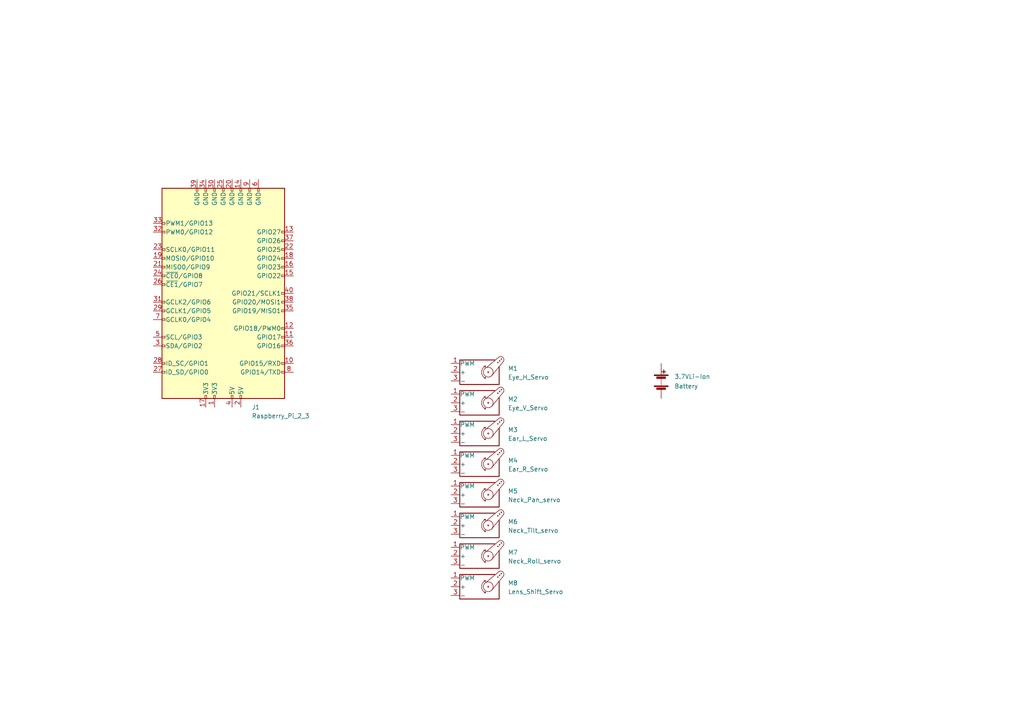
<source format=kicad_sch>
(kicad_sch (version 20230121) (generator eeschema)
  (paper "A4")
  (lib_symbols
    (symbol "Connector:Raspberry_Pi_2_3" (pin_names (offset 1.016))
      (property "Reference" "J" (at -17.78 31.75 0))
      (property "Value" "Raspberry_Pi_2_3" (at 10.16 -31.75 0))
      (symbol "Raspberry_Pi_2_3_0_1"
        (rectangle (start -17.78 30.48) (end 17.78 -30.48) (stroke (width 0.254)) (fill (type background)))
      )
      (symbol "Raspberry_Pi_2_3_1_1"
        (rectangle (start -16.891 -17.526) (end -17.78 -18.034))
        (rectangle (start -16.891 -14.986) (end -17.78 -15.494))
        (rectangle (start -16.891 -12.446) (end -17.78 -12.954))
        (rectangle (start -16.891 -9.906) (end -17.78 -10.414))
        (rectangle (start -16.891 -7.366) (end -17.78 -7.874))
        (rectangle (start -16.891 -4.826) (end -17.78 -5.334))
        (rectangle (start -16.891 0.254) (end -17.78 -0.254))
        (rectangle (start -16.891 2.794) (end -17.78 2.286))
        (rectangle (start -16.891 5.334) (end -17.78 4.826))
        (rectangle (start -16.891 10.414) (end -17.78 9.906))
        (rectangle (start -16.891 12.954) (end -17.78 12.446))
        (rectangle (start -16.891 15.494) (end -17.78 14.986))
        (rectangle (start -16.891 20.574) (end -17.78 20.066))
        (rectangle (start -16.891 23.114) (end -17.78 22.606))
        (rectangle (start -10.414 -29.591) (end -9.906 -30.48))
        (rectangle (start -7.874 -29.591) (end -7.366 -30.48))
        (rectangle (start -5.334 -29.591) (end -4.826 -30.48))
        (rectangle (start -5.334 30.48) (end -4.826 29.591))
        (rectangle (start -2.794 -29.591) (end -2.286 -30.48))
        (rectangle (start -2.794 30.48) (end -2.286 29.591))
        (rectangle (start -0.254 -29.591) (end 0.254 -30.48))
        (rectangle (start 2.286 -29.591) (end 2.794 -30.48))
        (rectangle (start 2.286 30.48) (end 2.794 29.591))
        (rectangle (start 4.826 -29.591) (end 5.334 -30.48))
        (rectangle (start 4.826 30.48) (end 5.334 29.591))
        (rectangle (start 7.366 -29.591) (end 7.874 -30.48))
        (rectangle (start 17.78 -20.066) (end 16.891 -20.574))
        (rectangle (start 17.78 -17.526) (end 16.891 -18.034))
        (rectangle (start 17.78 -12.446) (end 16.891 -12.954))
        (rectangle (start 17.78 -9.906) (end 16.891 -10.414))
        (rectangle (start 17.78 -7.366) (end 16.891 -7.874))
        (rectangle (start 17.78 -4.826) (end 16.891 -5.334))
        (rectangle (start 17.78 -2.286) (end 16.891 -2.794))
        (rectangle (start 17.78 2.794) (end 16.891 2.286))
        (rectangle (start 17.78 5.334) (end 16.891 4.826))
        (rectangle (start 17.78 7.874) (end 16.891 7.366))
        (rectangle (start 17.78 12.954) (end 16.891 12.446))
        (rectangle (start 17.78 15.494) (end 16.891 14.986))
        (rectangle (start 17.78 20.574) (end 16.891 20.066))
        (rectangle (start 17.78 23.114) (end 16.891 22.606))
        (pin power_in line (at 2.54 33.02 270) (length 2.54) (name "3V3") (number "1"))
        (pin bidirectional line (at -20.32 20.32 0) (length 2.54) (name "GPIO15/RXD") (number "10"))
        (pin bidirectional line (at -20.32 12.7 0) (length 2.54) (name "GPIO17") (number "11"))
        (pin bidirectional line (at -20.32 10.16 0) (length 2.54) (name "GPIO18/PWM0") (number "12"))
        (pin bidirectional line (at -20.32 -17.78 0) (length 2.54) (name "GPIO27") (number "13"))
        (pin power_in line (at -5.08 -33.02 90) (length 2.54) (name "GND") (number "14"))
        (pin bidirectional line (at -20.32 -5.08 0) (length 2.54) (name "GPIO22") (number "15"))
        (pin bidirectional line (at -20.32 -7.62 0) (length 2.54) (name "GPIO23") (number "16"))
        (pin power_in line (at 5.08 33.02 270) (length 2.54) (name "3V3") (number "17"))
        (pin bidirectional line (at -20.32 -10.16 0) (length 2.54) (name "GPIO24") (number "18"))
        (pin bidirectional line (at 20.32 -10.16 180) (length 2.54) (name "MOSI0/GPIO10") (number "19"))
        (pin power_in line (at -5.08 33.02 270) (length 2.54) (name "5V") (number "2"))
        (pin power_in line (at -2.54 -33.02 90) (length 2.54) (name "GND") (number "20"))
        (pin bidirectional line (at 20.32 -7.62 180) (length 2.54) (name "MISO0/GPIO9") (number "21"))
        (pin bidirectional line (at -20.32 -12.7 0) (length 2.54) (name "GPIO25") (number "22"))
        (pin bidirectional line (at 20.32 -12.7 180) (length 2.54) (name "SCLK0/GPIO11") (number "23"))
        (pin bidirectional line (at 20.32 -5.08 180) (length 2.54) (name "~{CE0}/GPIO8") (number "24"))
        (pin power_in line (at 0 -33.02 90) (length 2.54) (name "GND") (number "25"))
        (pin bidirectional line (at 20.32 -2.54 180) (length 2.54) (name "~{CE1}/GPIO7") (number "26"))
        (pin bidirectional line (at 20.32 22.86 180) (length 2.54) (name "ID_SD/GPIO0") (number "27"))
        (pin bidirectional line (at 20.32 20.32 180) (length 2.54) (name "ID_SC/GPIO1") (number "28"))
        (pin bidirectional line (at 20.32 5.08 180) (length 2.54) (name "GCLK1/GPIO5") (number "29"))
        (pin bidirectional line (at 20.32 15.24 180) (length 2.54) (name "SDA/GPIO2") (number "3"))
        (pin power_in line (at 2.54 -33.02 90) (length 2.54) (name "GND") (number "30"))
        (pin bidirectional line (at 20.32 2.54 180) (length 2.54) (name "GCLK2/GPIO6") (number "31"))
        (pin bidirectional line (at 20.32 -17.78 180) (length 2.54) (name "PWM0/GPIO12") (number "32"))
        (pin bidirectional line (at 20.32 -20.32 180) (length 2.54) (name "PWM1/GPIO13") (number "33"))
        (pin power_in line (at 5.08 -33.02 90) (length 2.54) (name "GND") (number "34"))
        (pin bidirectional line (at -20.32 5.08 0) (length 2.54) (name "GPIO19/MISO1") (number "35"))
        (pin bidirectional line (at -20.32 15.24 0) (length 2.54) (name "GPIO16") (number "36"))
        (pin bidirectional line (at -20.32 -15.24 0) (length 2.54) (name "GPIO26") (number "37"))
        (pin bidirectional line (at -20.32 2.54 0) (length 2.54) (name "GPIO20/MOSI1") (number "38"))
        (pin power_in line (at 7.62 -33.02 90) (length 2.54) (name "GND") (number "39"))
        (pin power_in line (at -2.54 33.02 270) (length 2.54) (name "5V") (number "4"))
        (pin bidirectional line (at -20.32 0 0) (length 2.54) (name "GPIO21/SCLK1") (number "40"))
        (pin bidirectional line (at 20.32 12.7 180) (length 2.54) (name "SCL/GPIO3") (number "5"))
        (pin power_in line (at -10.16 -33.02 90) (length 2.54) (name "GND") (number "6"))
        (pin bidirectional line (at 20.32 7.62 180) (length 2.54) (name "GCLK0/GPIO4") (number "7"))
        (pin bidirectional line (at -20.32 22.86 0) (length 2.54) (name "GPIO14/TXD") (number "8"))
        (pin power_in line (at -7.62 -33.02 90) (length 2.54) (name "GND") (number "9"))
      )
    )
    (symbol "Device:Battery" (pin_numbers hide) (pin_names (offset 0) hide)
      (property "Reference" "BT" (at 2.54 2.54 0))
      (property "Value" "Battery" (at 2.54 0 0))
      (symbol "Battery_0_1"
        (rectangle (start -2.032 -1.397) (end 2.032 -1.651) (fill (type outline)))
        (rectangle (start -2.032 1.778) (end 2.032 1.524) (fill (type outline)))
        (rectangle (start -1.3208 -1.9812) (end 1.27 -2.4892) (fill (type outline)))
        (rectangle (start -1.3208 1.1938) (end 1.27 0.6858) (fill (type outline)))
        (polyline (pts (xy 0 -1.524) (xy 0 -1.27)))
        (polyline (pts (xy 0 -1.016) (xy 0 -0.762)))
        (polyline (pts (xy 0 -0.508) (xy 0 -0.254)))
        (polyline (pts (xy 0 0) (xy 0 0.254)))
        (polyline (pts (xy 0 0.508) (xy 0 0.762)))
        (polyline (pts (xy 0 1.778) (xy 0 2.54)))
        (polyline (pts (xy 0.254 2.667) (xy 1.27 2.667)) (stroke (width 0.254)))
        (polyline (pts (xy 0.762 3.175) (xy 0.762 2.159)) (stroke (width 0.254)))
      )
      (symbol "Battery_1_1"
        (pin passive line (at 0 5.08 270) (length 2.54) (name "+") (number "1"))
        (pin passive line (at 0 -5.08 90) (length 2.54) (name "-") (number "2"))
      )
    )
    (symbol "Motor:Motor_Servo" (pin_names (offset 0.0254))
      (property "Reference" "M" (at -5.08 4.445 0))
      (property "Value" "Motor_Servo" (at -5.08 -4.064 0))
      (symbol "Motor_Servo_0_1"
        (polyline (pts (xy 2.413 -1.778) (xy 2.032 -1.778)))
        (polyline (pts (xy 2.413 -1.778) (xy 2.286 -1.397)))
        (polyline (pts (xy 2.413 1.778) (xy 1.905 1.778)))
        (polyline (pts (xy 2.413 1.778) (xy 2.286 1.397)))
        (polyline (pts (xy 6.35 4.445) (xy 2.54 1.27)))
        (polyline (pts (xy 7.62 3.175) (xy 4.191 -1.016)))
        (polyline (pts (xy 5.08 3.556) (xy -5.08 3.556) (xy -5.08 -3.556) (xy 6.35 -3.556) (xy 6.35 1.524)) (stroke (width 0.254)))
        (arc (start 2.413 1.778) (mid 1.2406 0) (end 2.413 -1.778))
        (circle (center 3.175 0) (radius 0.1778))
        (circle (center 3.175 0) (radius 1.4224))
        (circle (center 5.969 2.794) (radius 0.127))
        (circle (center 6.477 3.302) (radius 0.127))
        (circle (center 6.985 3.81) (radius 0.127))
        (arc (start 7.62 3.175) (mid 7.4485 4.2735) (end 6.35 4.445))
      )
      (symbol "Motor_Servo_1_1"
        (pin passive line (at -7.62 2.54 0) (length 2.54) (name "PWM") (number "1"))
        (pin passive line (at -7.62 0 0) (length 2.54) (name "+") (number "2"))
        (pin passive line (at -7.62 -2.54 0) (length 2.54) (name "-") (number "3"))
      )
    )
  )
  (symbol (lib_id "Motor:Motor_Servo") (at 138.43 152.4 0) (unit 1)
    (property "Reference" "M6" (at 147.32 151.3316 0) (effects (justify left)))
    (property "Value" "Neck_Tilt_servo" (at 147.32 153.8716 0) (effects (justify left)))
    (property "Datasheet" "http://forums.parallax.com/uploads/attachments/46831/74481.png" (effects hide))
  )
  (symbol (lib_id "Device:Battery") (at 191.77 110.49 0) (unit 1)
    (property "Reference" "3.7VLi-Ion" (at 195.58 109.22 0) (effects (justify left)))
    (property "Value" "Battery" (at 195.58 112.014 0) (effects (justify left)))
  )
  (symbol (lib_id "Motor:Motor_Servo") (at 138.43 107.95 0) (unit 1)
    (property "Reference" "M1" (at 147.32 106.8816 0) (effects (justify left)))
    (property "Value" "Eye_H_Servo" (at 147.32 109.4216 0) (effects (justify left)))
    (property "Datasheet" "http://forums.parallax.com/uploads/attachments/46831/74481.png" (effects hide))
  )
  (symbol (lib_id "Motor:Motor_Servo") (at 138.43 170.18 0) (unit 1)
    (property "Reference" "M8" (at 147.32 169.1116 0) (effects (justify left)))
    (property "Value" "Lens_Shift_Servo" (at 147.32 171.6516 0) (effects (justify left)))
    (property "Datasheet" "http://forums.parallax.com/uploads/attachments/46831/74481.png" (effects hide))
  )
  (symbol (lib_id "Motor:Motor_Servo") (at 138.43 143.51 0) (unit 1)
    (property "Reference" "M5" (at 147.32 142.4416 0) (effects (justify left)))
    (property "Value" "Neck_Pan_servo" (at 147.32 144.9816 0) (effects (justify left)))
    (property "Datasheet" "http://forums.parallax.com/uploads/attachments/46831/74481.png" (effects hide))
  )
  (symbol (lib_id "Motor:Motor_Servo") (at 138.43 134.62 0) (unit 1)
    (property "Reference" "M4" (at 147.32 133.5516 0) (effects (justify left)))
    (property "Value" "Ear_R_Servo" (at 147.32 136.0916 0) (effects (justify left)))
    (property "Datasheet" "http://forums.parallax.com/uploads/attachments/46831/74481.png" (effects hide))
  )
  (symbol (lib_id "Motor:Motor_Servo") (at 138.43 116.84 0) (unit 1)
    (property "Reference" "M2" (at 147.32 115.7716 0) (effects (justify left)))
    (property "Value" "Eye_V_Servo" (at 147.32 118.3116 0) (effects (justify left)))
    (property "Datasheet" "http://forums.parallax.com/uploads/attachments/46831/74481.png" (effects hide))
  )
  (symbol (lib_id "Connector:Raspberry_Pi_2_3") (at 64.77 85.09 180) (unit 1)
    (property "Reference" "J1" (at 72.9997 118.11 0) (effects (justify right)))
    (property "Value" "Raspberry_Pi_2_3" (at 72.9997 120.65 0) (effects (justify right)))
    (property "Datasheet" "https://www.raspberrypi.org/documentation/hardware/raspberrypi/schematics/rpi_SCH_3bplus_1p0_reduced.pdf" (effects hide))
  )
  (symbol (lib_id "Motor:Motor_Servo") (at 138.43 125.73 0) (unit 1)
    (property "Reference" "M3" (at 147.32 124.6616 0) (effects (justify left)))
    (property "Value" "Ear_L_Servo" (at 147.32 127.2016 0) (effects (justify left)))
    (property "Datasheet" "http://forums.parallax.com/uploads/attachments/46831/74481.png" (effects hide))
  )
  (symbol (lib_id "Motor:Motor_Servo") (at 138.43 161.29 0) (unit 1)
    (property "Reference" "M7" (at 147.32 160.2216 0) (effects (justify left)))
    (property "Value" "Neck_Roll_servo" (at 147.32 162.7616 0) (effects (justify left)))
    (property "Datasheet" "http://forums.parallax.com/uploads/attachments/46831/74481.png" (effects hide))
  )
)
</source>
